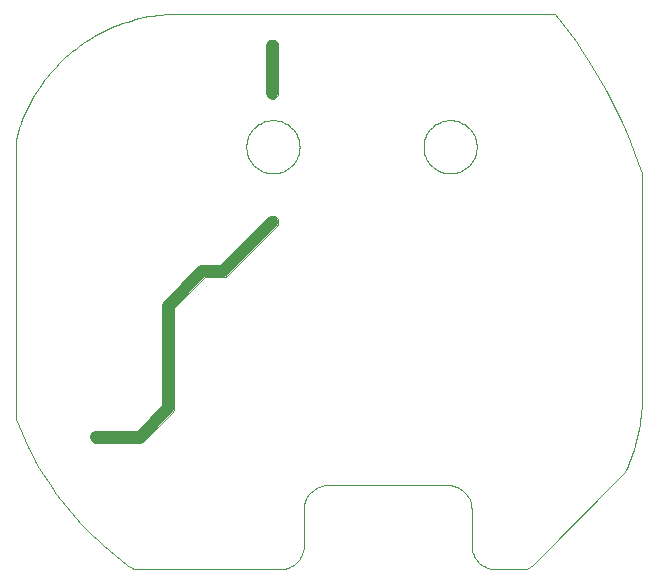
<source format=gko>
G75*
%MOIN*%
%OFA0B0*%
%FSLAX24Y24*%
%IPPOS*%
%LPD*%
%AMOC8*
5,1,8,0,0,1.08239X$1,22.5*
%
%ADD10C,0.0394*%
%ADD11C,0.0000*%
D10*
X002894Y004717D02*
X004351Y004717D01*
X005295Y005661D01*
X005295Y009087D01*
X006437Y010228D01*
X007125Y010228D01*
X008778Y011882D01*
X008769Y016184D02*
X008769Y017759D01*
D11*
X009036Y000307D02*
X004154Y000307D01*
X004348Y004520D02*
X002894Y004520D01*
X002868Y004522D01*
X002843Y004527D01*
X002819Y004535D01*
X002795Y004546D01*
X002774Y004561D01*
X002755Y004578D01*
X002738Y004597D01*
X002723Y004619D01*
X002712Y004642D01*
X002704Y004666D01*
X002699Y004691D01*
X002697Y004717D01*
X002699Y004743D01*
X002704Y004768D01*
X002712Y004792D01*
X002723Y004816D01*
X002738Y004837D01*
X002755Y004856D01*
X002774Y004873D01*
X002796Y004888D01*
X002819Y004899D01*
X002843Y004907D01*
X002868Y004912D01*
X002894Y004914D01*
X002894Y004913D02*
X004272Y004913D01*
X005099Y005740D01*
X005099Y009084D01*
X005156Y009223D02*
X006301Y010368D01*
X006440Y010425D02*
X007046Y010425D01*
X008644Y012023D01*
X008778Y012079D02*
X008803Y012077D01*
X008827Y012073D01*
X008851Y012065D01*
X008873Y012054D01*
X008894Y012040D01*
X008912Y012023D01*
X008913Y012023D02*
X008919Y012016D01*
X008936Y011998D01*
X008950Y011977D01*
X008961Y011955D01*
X008969Y011931D01*
X008973Y011907D01*
X008975Y011882D01*
X008919Y011747D02*
X007261Y010089D01*
X007122Y010031D02*
X006516Y010031D01*
X005492Y009008D01*
X005492Y005664D01*
X005435Y005525D02*
X004487Y004577D01*
X004487Y004578D02*
X004468Y004561D01*
X004447Y004546D01*
X004423Y004535D01*
X004399Y004527D01*
X004374Y004522D01*
X004348Y004520D01*
X005434Y005525D02*
X005451Y005544D01*
X005466Y005565D01*
X005477Y005589D01*
X005485Y005613D01*
X005490Y005638D01*
X005492Y005664D01*
X021083Y013496D02*
X020963Y013857D01*
X020834Y014215D01*
X020697Y014570D01*
X020552Y014922D01*
X020398Y015270D01*
X020236Y015614D01*
X020066Y015955D01*
X019888Y016291D01*
X019702Y016623D01*
X019509Y016951D01*
X019307Y017273D01*
X019098Y017591D01*
X018882Y017904D01*
X018658Y018212D01*
X018427Y018515D01*
X018189Y018811D01*
X005374Y018811D01*
X008573Y017759D02*
X008573Y016184D01*
X008572Y016184D02*
X008574Y016158D01*
X008579Y016133D01*
X008587Y016109D01*
X008598Y016085D01*
X008613Y016064D01*
X008630Y016045D01*
X008649Y016028D01*
X008671Y016013D01*
X008694Y016002D01*
X008718Y015994D01*
X008743Y015989D01*
X008769Y015987D01*
X008795Y015989D01*
X008820Y015994D01*
X008844Y016002D01*
X008868Y016013D01*
X008889Y016028D01*
X008908Y016045D01*
X008925Y016064D01*
X008940Y016086D01*
X008951Y016109D01*
X008959Y016133D01*
X008964Y016158D01*
X008966Y016184D01*
X008966Y017759D01*
X008769Y017956D02*
X008743Y017954D01*
X008718Y017949D01*
X008694Y017941D01*
X008671Y017930D01*
X008649Y017915D01*
X008630Y017898D01*
X008613Y017879D01*
X008598Y017858D01*
X008587Y017834D01*
X008579Y017810D01*
X008574Y017785D01*
X008572Y017759D01*
X008769Y017956D02*
X008795Y017954D01*
X008820Y017949D01*
X008844Y017941D01*
X008868Y017930D01*
X008889Y017915D01*
X008908Y017898D01*
X008925Y017879D01*
X008940Y017857D01*
X008951Y017834D01*
X008959Y017810D01*
X008964Y017785D01*
X008966Y017759D01*
X007908Y014382D02*
X007910Y014441D01*
X007916Y014500D01*
X007926Y014558D01*
X007939Y014616D01*
X007957Y014673D01*
X007978Y014728D01*
X008003Y014782D01*
X008032Y014834D01*
X008064Y014883D01*
X008099Y014931D01*
X008137Y014976D01*
X008178Y015019D01*
X008222Y015059D01*
X008268Y015095D01*
X008317Y015129D01*
X008368Y015159D01*
X008421Y015186D01*
X008476Y015209D01*
X008531Y015228D01*
X008589Y015244D01*
X008647Y015256D01*
X008705Y015264D01*
X008764Y015268D01*
X008824Y015268D01*
X008883Y015264D01*
X008941Y015256D01*
X008999Y015244D01*
X009057Y015228D01*
X009112Y015209D01*
X009167Y015186D01*
X009220Y015159D01*
X009271Y015129D01*
X009320Y015095D01*
X009366Y015059D01*
X009410Y015019D01*
X009451Y014976D01*
X009489Y014931D01*
X009524Y014883D01*
X009556Y014834D01*
X009585Y014782D01*
X009610Y014728D01*
X009631Y014673D01*
X009649Y014616D01*
X009662Y014558D01*
X009672Y014500D01*
X009678Y014441D01*
X009680Y014382D01*
X009678Y014323D01*
X009672Y014264D01*
X009662Y014206D01*
X009649Y014148D01*
X009631Y014091D01*
X009610Y014036D01*
X009585Y013982D01*
X009556Y013930D01*
X009524Y013881D01*
X009489Y013833D01*
X009451Y013788D01*
X009410Y013745D01*
X009366Y013705D01*
X009320Y013669D01*
X009271Y013635D01*
X009220Y013605D01*
X009167Y013578D01*
X009112Y013555D01*
X009057Y013536D01*
X008999Y013520D01*
X008941Y013508D01*
X008883Y013500D01*
X008824Y013496D01*
X008764Y013496D01*
X008705Y013500D01*
X008647Y013508D01*
X008589Y013520D01*
X008531Y013536D01*
X008476Y013555D01*
X008421Y013578D01*
X008368Y013605D01*
X008317Y013635D01*
X008268Y013669D01*
X008222Y013705D01*
X008178Y013745D01*
X008137Y013788D01*
X008099Y013833D01*
X008064Y013881D01*
X008032Y013930D01*
X008003Y013982D01*
X007978Y014036D01*
X007957Y014091D01*
X007939Y014148D01*
X007926Y014206D01*
X007916Y014264D01*
X007910Y014323D01*
X007908Y014382D01*
X005375Y018812D02*
X005226Y018803D01*
X005078Y018791D01*
X004930Y018774D01*
X004783Y018754D01*
X004636Y018730D01*
X004490Y018702D01*
X004345Y018669D01*
X004201Y018634D01*
X004057Y018594D01*
X003915Y018550D01*
X003774Y018503D01*
X003634Y018452D01*
X003496Y018397D01*
X003359Y018338D01*
X003224Y018276D01*
X003091Y018210D01*
X002959Y018141D01*
X002830Y018068D01*
X002702Y017992D01*
X002576Y017913D01*
X002453Y017830D01*
X002332Y017743D01*
X002213Y017654D01*
X002096Y017562D01*
X001982Y017466D01*
X001871Y017367D01*
X001762Y017266D01*
X001657Y017161D01*
X001554Y017054D01*
X001453Y016944D01*
X001356Y016832D01*
X001262Y016717D01*
X001171Y016599D01*
X001083Y016479D01*
X000998Y016357D01*
X000917Y016232D01*
X000839Y016106D01*
X000765Y015977D01*
X000693Y015846D01*
X000626Y015714D01*
X000562Y015580D01*
X000501Y015444D01*
X000445Y015306D01*
X000392Y015167D01*
X000342Y015027D01*
X000297Y014885D01*
X000255Y014743D01*
X000217Y014599D01*
X000217Y014598D02*
X000217Y005307D01*
X005098Y009084D02*
X005100Y009110D01*
X005105Y009135D01*
X005113Y009159D01*
X005124Y009183D01*
X005139Y009204D01*
X005156Y009223D01*
X006301Y010367D02*
X006320Y010384D01*
X006341Y010399D01*
X006365Y010410D01*
X006389Y010418D01*
X006414Y010423D01*
X006440Y010425D01*
X007122Y010031D02*
X007148Y010033D01*
X007173Y010038D01*
X007197Y010046D01*
X007221Y010057D01*
X007242Y010072D01*
X007261Y010089D01*
X008919Y011748D02*
X008936Y011766D01*
X008950Y011787D01*
X008961Y011809D01*
X008969Y011833D01*
X008973Y011857D01*
X008975Y011882D01*
X008778Y012079D02*
X008753Y012077D01*
X008729Y012073D01*
X008705Y012065D01*
X008683Y012054D01*
X008662Y012040D01*
X008644Y012023D01*
X000217Y005307D02*
X000313Y005067D01*
X000415Y004830D01*
X000522Y004595D01*
X000635Y004362D01*
X000754Y004133D01*
X000878Y003906D01*
X001007Y003682D01*
X001141Y003462D01*
X001281Y003245D01*
X001426Y003031D01*
X001576Y002820D01*
X001731Y002614D01*
X001891Y002411D01*
X002056Y002212D01*
X002225Y002016D01*
X002399Y001825D01*
X002577Y001639D01*
X002760Y001456D01*
X002947Y001278D01*
X003138Y001104D01*
X003334Y000935D01*
X003533Y000771D01*
X003736Y000611D01*
X003943Y000457D01*
X004154Y000307D01*
X009036Y000307D02*
X009090Y000309D01*
X009143Y000314D01*
X009196Y000323D01*
X009248Y000336D01*
X009300Y000352D01*
X009350Y000372D01*
X009398Y000395D01*
X009445Y000422D01*
X009490Y000451D01*
X009533Y000484D01*
X009573Y000519D01*
X009611Y000557D01*
X009646Y000597D01*
X009679Y000640D01*
X009708Y000685D01*
X009735Y000732D01*
X009758Y000780D01*
X009778Y000830D01*
X009794Y000882D01*
X009807Y000934D01*
X009816Y000987D01*
X009821Y001040D01*
X009823Y001094D01*
X009823Y002316D01*
X009825Y002370D01*
X009830Y002423D01*
X009839Y002476D01*
X009852Y002528D01*
X009868Y002580D01*
X009888Y002630D01*
X009911Y002678D01*
X009938Y002725D01*
X009967Y002770D01*
X010000Y002813D01*
X010035Y002853D01*
X010073Y002891D01*
X010113Y002926D01*
X010156Y002959D01*
X010201Y002988D01*
X010248Y003015D01*
X010296Y003038D01*
X010346Y003058D01*
X010398Y003074D01*
X010450Y003087D01*
X010503Y003096D01*
X010556Y003101D01*
X010610Y003103D01*
X010610Y003104D02*
X014626Y003104D01*
X014626Y003103D02*
X014680Y003101D01*
X014733Y003096D01*
X014786Y003087D01*
X014838Y003074D01*
X014890Y003058D01*
X014940Y003038D01*
X014988Y003015D01*
X015035Y002988D01*
X015080Y002959D01*
X015123Y002926D01*
X015163Y002891D01*
X015201Y002853D01*
X015236Y002813D01*
X015269Y002770D01*
X015298Y002725D01*
X015325Y002678D01*
X015348Y002630D01*
X015368Y002580D01*
X015384Y002528D01*
X015397Y002476D01*
X015406Y002423D01*
X015411Y002370D01*
X015413Y002316D01*
X015414Y002316D02*
X015414Y001094D01*
X015416Y001040D01*
X015421Y000987D01*
X015430Y000934D01*
X015443Y000882D01*
X015459Y000830D01*
X015479Y000780D01*
X015502Y000732D01*
X015529Y000685D01*
X015558Y000640D01*
X015591Y000597D01*
X015626Y000557D01*
X015664Y000519D01*
X015704Y000484D01*
X015747Y000451D01*
X015792Y000422D01*
X015839Y000395D01*
X015887Y000372D01*
X015937Y000352D01*
X015989Y000336D01*
X016041Y000323D01*
X016094Y000314D01*
X016147Y000309D01*
X016201Y000307D01*
X017140Y000307D01*
X017419Y000422D02*
X020492Y003496D01*
X021083Y005701D02*
X021083Y013496D01*
X013813Y014382D02*
X013815Y014441D01*
X013821Y014500D01*
X013831Y014558D01*
X013844Y014616D01*
X013862Y014673D01*
X013883Y014728D01*
X013908Y014782D01*
X013937Y014834D01*
X013969Y014883D01*
X014004Y014931D01*
X014042Y014976D01*
X014083Y015019D01*
X014127Y015059D01*
X014173Y015095D01*
X014222Y015129D01*
X014273Y015159D01*
X014326Y015186D01*
X014381Y015209D01*
X014436Y015228D01*
X014494Y015244D01*
X014552Y015256D01*
X014610Y015264D01*
X014669Y015268D01*
X014729Y015268D01*
X014788Y015264D01*
X014846Y015256D01*
X014904Y015244D01*
X014962Y015228D01*
X015017Y015209D01*
X015072Y015186D01*
X015125Y015159D01*
X015176Y015129D01*
X015225Y015095D01*
X015271Y015059D01*
X015315Y015019D01*
X015356Y014976D01*
X015394Y014931D01*
X015429Y014883D01*
X015461Y014834D01*
X015490Y014782D01*
X015515Y014728D01*
X015536Y014673D01*
X015554Y014616D01*
X015567Y014558D01*
X015577Y014500D01*
X015583Y014441D01*
X015585Y014382D01*
X015583Y014323D01*
X015577Y014264D01*
X015567Y014206D01*
X015554Y014148D01*
X015536Y014091D01*
X015515Y014036D01*
X015490Y013982D01*
X015461Y013930D01*
X015429Y013881D01*
X015394Y013833D01*
X015356Y013788D01*
X015315Y013745D01*
X015271Y013705D01*
X015225Y013669D01*
X015176Y013635D01*
X015125Y013605D01*
X015072Y013578D01*
X015017Y013555D01*
X014962Y013536D01*
X014904Y013520D01*
X014846Y013508D01*
X014788Y013500D01*
X014729Y013496D01*
X014669Y013496D01*
X014610Y013500D01*
X014552Y013508D01*
X014494Y013520D01*
X014436Y013536D01*
X014381Y013555D01*
X014326Y013578D01*
X014273Y013605D01*
X014222Y013635D01*
X014173Y013669D01*
X014127Y013705D01*
X014083Y013745D01*
X014042Y013788D01*
X014004Y013833D01*
X013969Y013881D01*
X013937Y013930D01*
X013908Y013982D01*
X013883Y014036D01*
X013862Y014091D01*
X013844Y014148D01*
X013831Y014206D01*
X013821Y014264D01*
X013815Y014323D01*
X013813Y014382D01*
X021082Y005701D02*
X021072Y005558D01*
X021058Y005415D01*
X021041Y005272D01*
X021020Y005130D01*
X020995Y004989D01*
X020967Y004848D01*
X020935Y004708D01*
X020899Y004569D01*
X020860Y004430D01*
X020818Y004293D01*
X020772Y004157D01*
X020723Y004022D01*
X020670Y003888D01*
X020614Y003756D01*
X020554Y003625D01*
X020492Y003496D01*
X017419Y000422D02*
X017390Y000396D01*
X017359Y000373D01*
X017326Y000354D01*
X017291Y000337D01*
X017254Y000324D01*
X017217Y000315D01*
X017179Y000309D01*
X017140Y000307D01*
M02*

</source>
